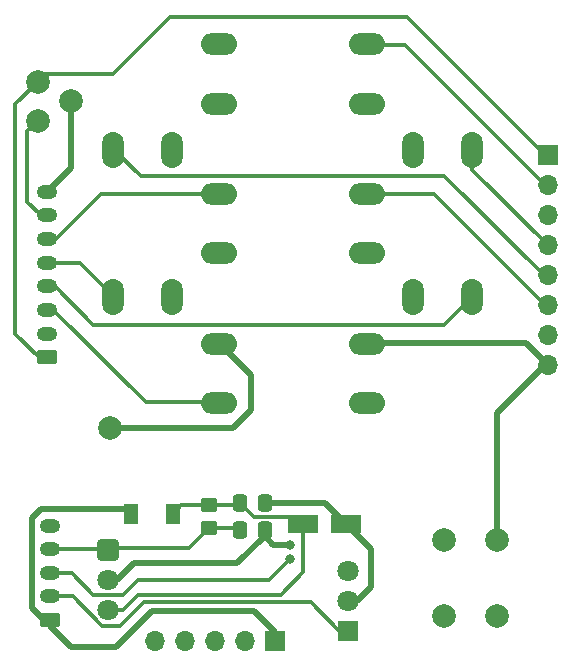
<source format=gbr>
%TF.GenerationSoftware,KiCad,Pcbnew,(6.0.10)*%
%TF.CreationDate,2023-01-20T02:58:03+09:00*%
%TF.ProjectId,monitor_control_board,6d6f6e69-746f-4725-9f63-6f6e74726f6c,rev?*%
%TF.SameCoordinates,PX7ab4258PY723a4bd*%
%TF.FileFunction,Copper,L1,Top*%
%TF.FilePolarity,Positive*%
%FSLAX46Y46*%
G04 Gerber Fmt 4.6, Leading zero omitted, Abs format (unit mm)*
G04 Created by KiCad (PCBNEW (6.0.10)) date 2023-01-20 02:58:03*
%MOMM*%
%LPD*%
G01*
G04 APERTURE LIST*
G04 Aperture macros list*
%AMRoundRect*
0 Rectangle with rounded corners*
0 $1 Rounding radius*
0 $2 $3 $4 $5 $6 $7 $8 $9 X,Y pos of 4 corners*
0 Add a 4 corners polygon primitive as box body*
4,1,4,$2,$3,$4,$5,$6,$7,$8,$9,$2,$3,0*
0 Add four circle primitives for the rounded corners*
1,1,$1+$1,$2,$3*
1,1,$1+$1,$4,$5*
1,1,$1+$1,$6,$7*
1,1,$1+$1,$8,$9*
0 Add four rect primitives between the rounded corners*
20,1,$1+$1,$2,$3,$4,$5,0*
20,1,$1+$1,$4,$5,$6,$7,0*
20,1,$1+$1,$6,$7,$8,$9,0*
20,1,$1+$1,$8,$9,$2,$3,0*%
G04 Aperture macros list end*
%TA.AperFunction,ComponentPad*%
%ADD10O,3.048000X1.850000*%
%TD*%
%TA.AperFunction,ComponentPad*%
%ADD11O,1.850000X3.048000*%
%TD*%
%TA.AperFunction,ComponentPad*%
%ADD12RoundRect,0.250200X-0.649800X0.649800X-0.649800X-0.649800X0.649800X-0.649800X0.649800X0.649800X0*%
%TD*%
%TA.AperFunction,ComponentPad*%
%ADD13C,1.800000*%
%TD*%
%TA.AperFunction,ComponentPad*%
%ADD14R,1.800000X1.800000*%
%TD*%
%TA.AperFunction,ComponentPad*%
%ADD15C,2.000000*%
%TD*%
%TA.AperFunction,SMDPad,CuDef*%
%ADD16RoundRect,0.250000X-1.050000X-0.550000X1.050000X-0.550000X1.050000X0.550000X-1.050000X0.550000X0*%
%TD*%
%TA.AperFunction,SMDPad,CuDef*%
%ADD17RoundRect,0.250000X0.450000X-0.350000X0.450000X0.350000X-0.450000X0.350000X-0.450000X-0.350000X0*%
%TD*%
%TA.AperFunction,SMDPad,CuDef*%
%ADD18RoundRect,0.250000X-0.337500X-0.475000X0.337500X-0.475000X0.337500X0.475000X-0.337500X0.475000X0*%
%TD*%
%TA.AperFunction,SMDPad,CuDef*%
%ADD19R,1.300000X1.700000*%
%TD*%
%TA.AperFunction,ComponentPad*%
%ADD20R,1.700000X1.700000*%
%TD*%
%TA.AperFunction,ComponentPad*%
%ADD21O,1.700000X1.700000*%
%TD*%
%TA.AperFunction,ComponentPad*%
%ADD22RoundRect,0.250000X0.625000X-0.350000X0.625000X0.350000X-0.625000X0.350000X-0.625000X-0.350000X0*%
%TD*%
%TA.AperFunction,ComponentPad*%
%ADD23O,1.750000X1.200000*%
%TD*%
%TA.AperFunction,ViaPad*%
%ADD24C,0.800000*%
%TD*%
%TA.AperFunction,Conductor*%
%ADD25C,0.300000*%
%TD*%
%TA.AperFunction,Conductor*%
%ADD26C,0.500000*%
%TD*%
G04 APERTURE END LIST*
D10*
%TO.P,SW2,1,1*%
%TO.N,/UP*%
X18761848Y52178445D03*
X31261848Y52178445D03*
%TO.P,SW2,2,2*%
%TO.N,GND*%
X18761848Y47178445D03*
X31261848Y47178445D03*
%TD*%
%TO.P,SW4,1,1*%
%TO.N,/DOWN*%
X31261848Y21808445D03*
X18761848Y21808445D03*
%TO.P,SW4,2,2*%
%TO.N,GND*%
X31261848Y26808445D03*
X18761848Y26808445D03*
%TD*%
D11*
%TO.P,SW5,1,1*%
%TO.N,/VOL_P*%
X40211848Y43268445D03*
X40211848Y30768445D03*
%TO.P,SW5,2,2*%
%TO.N,GND*%
X35211848Y43268445D03*
X35211848Y30768445D03*
%TD*%
%TO.P,SW1,1,1*%
%TO.N,/VOL_M*%
X9781848Y30768445D03*
X9781848Y43268445D03*
%TO.P,SW1,2,2*%
%TO.N,GND*%
X14781848Y30768445D03*
X14781848Y43268445D03*
%TD*%
D10*
%TO.P,SW3,2,2*%
%TO.N,GND*%
X31251848Y34518445D03*
X18751848Y34518445D03*
%TO.P,SW3,1,1*%
%TO.N,/MENU*%
X31251848Y39518445D03*
X18751848Y39518445D03*
%TD*%
D12*
%TO.P,U1,1,OUT*%
%TO.N,/IRIN*%
X9384848Y9413445D03*
D13*
%TO.P,U1,2,GND*%
%TO.N,GND*%
X9384848Y6873445D03*
%TO.P,U1,3,Vs*%
%TO.N,Net-(C1-Pad1)*%
X9384848Y4333445D03*
%TD*%
D14*
%TO.P,D2,1,A1*%
%TO.N,/LED_R*%
X29704848Y2555445D03*
D13*
%TO.P,D2,2,K*%
%TO.N,GND*%
X29704848Y5095445D03*
%TO.P,D2,3,A2*%
%TO.N,/LED_G*%
X29704848Y7635445D03*
%TD*%
D15*
%TO.P,SW6,1,1*%
%TO.N,/POWER*%
X37797848Y10262445D03*
X37797848Y3762445D03*
%TO.P,SW6,2,2*%
%TO.N,GND*%
X42297848Y3762445D03*
X42297848Y10262445D03*
%TD*%
%TO.P,TP1,1,1*%
%TO.N,/SOURCE*%
X3415848Y49037445D03*
%TD*%
%TO.P,TP3,1,1*%
%TO.N,/POWER*%
X3415848Y45735445D03*
%TD*%
%TO.P,TP2,1,1*%
%TO.N,GND*%
X6209848Y47386445D03*
%TD*%
D16*
%TO.P,E1,1*%
%TO.N,Net-(C1-Pad1)*%
X25872848Y11572445D03*
%TO.P,E1,2*%
%TO.N,GND*%
X29472848Y11572445D03*
%TD*%
D17*
%TO.P,R1,1*%
%TO.N,/IRIN*%
X17893848Y11207445D03*
%TO.P,R1,2*%
%TO.N,Net-(C1-Pad1)*%
X17893848Y13207445D03*
%TD*%
D18*
%TO.P,C1,1*%
%TO.N,Net-(C1-Pad1)*%
X20539348Y13350445D03*
%TO.P,C1,2*%
%TO.N,GND*%
X22614348Y13350445D03*
%TD*%
D15*
%TO.P,TP4,1,1*%
%TO.N,GND*%
X9511848Y19700445D03*
%TD*%
D18*
%TO.P,C2,1*%
%TO.N,/IRIN*%
X20539348Y11064445D03*
%TO.P,C2,2*%
%TO.N,GND*%
X22614348Y11064445D03*
%TD*%
D19*
%TO.P,D1,1,K*%
%TO.N,Net-(C1-Pad1)*%
X14817848Y12461445D03*
%TO.P,D1,2,A*%
%TO.N,+5V*%
X11317848Y12461445D03*
%TD*%
D20*
%TO.P,J5,1,Pin_1*%
%TO.N,+5V*%
X23481848Y1666445D03*
D21*
%TO.P,J5,2,Pin_2*%
%TO.N,/LED_R*%
X20941848Y1666445D03*
%TO.P,J5,3,Pin_3*%
%TO.N,/LED_G*%
X18401848Y1666445D03*
%TO.P,J5,4,Pin_4*%
%TO.N,/IRIN*%
X15861848Y1666445D03*
%TO.P,J5,5,Pin_5*%
%TO.N,GND*%
X13321848Y1666445D03*
%TD*%
D22*
%TO.P,J3,1,Pin_1*%
%TO.N,/SOURCE*%
X4177848Y25702445D03*
D23*
%TO.P,J3,2,Pin_2*%
%TO.N,/UP*%
X4177848Y27702445D03*
%TO.P,J3,3,Pin_3*%
%TO.N,/DOWN*%
X4177848Y29702445D03*
%TO.P,J3,4,Pin_4*%
%TO.N,/VOL_P*%
X4177848Y31702445D03*
%TO.P,J3,5,Pin_5*%
%TO.N,/VOL_M*%
X4177848Y33702445D03*
%TO.P,J3,6,Pin_6*%
%TO.N,/MENU*%
X4177848Y35702445D03*
%TO.P,J3,7,Pin_7*%
%TO.N,/POWER*%
X4177848Y37702445D03*
%TO.P,J3,8,Pin_8*%
%TO.N,GND*%
X4177848Y39702445D03*
%TD*%
D20*
%TO.P,J2,1,Pin_1*%
%TO.N,/SOURCE*%
X46595848Y42799445D03*
D21*
%TO.P,J2,2,Pin_2*%
%TO.N,/UP*%
X46595848Y40259445D03*
%TO.P,J2,3,Pin_3*%
%TO.N,/DOWN*%
X46595848Y37719445D03*
%TO.P,J2,4,Pin_4*%
%TO.N,/VOL_P*%
X46595848Y35179445D03*
%TO.P,J2,5,Pin_5*%
%TO.N,/VOL_M*%
X46595848Y32639445D03*
%TO.P,J2,6,Pin_6*%
%TO.N,/MENU*%
X46595848Y30099445D03*
%TO.P,J2,7,Pin_7*%
%TO.N,/POWER*%
X46595848Y27559445D03*
%TO.P,J2,8,Pin_8*%
%TO.N,GND*%
X46595848Y25019445D03*
%TD*%
D22*
%TO.P,J6,1,Pin_1*%
%TO.N,+5V*%
X4418048Y3444445D03*
D23*
%TO.P,J6,2,Pin_2*%
%TO.N,/LED_R*%
X4418048Y5444445D03*
%TO.P,J6,3,Pin_3*%
%TO.N,/LED_G*%
X4418048Y7444445D03*
%TO.P,J6,4,Pin_4*%
%TO.N,/IRIN*%
X4418048Y9444445D03*
%TO.P,J6,5,Pin_5*%
%TO.N,GND*%
X4418048Y11444445D03*
%TD*%
D24*
%TO.N,GND*%
X24751848Y9794445D03*
%TO.N,/LED_G*%
X24751848Y8651445D03*
%TD*%
D25*
%TO.N,/VOL_M*%
X9781848Y30878445D02*
X9781848Y30768445D01*
X6957848Y33702445D02*
X9781848Y30878445D01*
X4177848Y33702445D02*
X6957848Y33702445D01*
X46229848Y32639445D02*
X46595848Y32639445D01*
X37832848Y41036445D02*
X46229848Y32639445D01*
X9891848Y43268445D02*
X12123848Y41036445D01*
X9781848Y43268445D02*
X9891848Y43268445D01*
X12123848Y41036445D02*
X37832848Y41036445D01*
D26*
%TO.N,GND*%
X21449848Y24180445D02*
X18821848Y26808445D01*
X21449848Y21224445D02*
X21449848Y24180445D01*
X18821848Y26808445D02*
X18761848Y26808445D01*
X19925848Y19700445D02*
X21449848Y21224445D01*
X31325848Y26872445D02*
X31261848Y26808445D01*
X44742848Y26872445D02*
X31325848Y26872445D01*
X46595848Y25019445D02*
X44742848Y26872445D01*
X9511848Y19700445D02*
X19925848Y19700445D01*
D25*
%TO.N,/UP*%
X31287848Y52152445D02*
X31261848Y52178445D01*
X34463848Y52152445D02*
X31287848Y52152445D01*
X46341848Y40274445D02*
X34463848Y52152445D01*
%TO.N,/MENU*%
X18747048Y39523245D02*
X18751848Y39518445D01*
X8760648Y39523245D02*
X18747048Y39523245D01*
X4939848Y35702445D02*
X8760648Y39523245D01*
X4177848Y35702445D02*
X4939848Y35702445D01*
X31256648Y39523245D02*
X31251848Y39518445D01*
X36933048Y39523245D02*
X31256648Y39523245D01*
X46356848Y30099445D02*
X36933048Y39523245D01*
X46595848Y30099445D02*
X46356848Y30099445D01*
%TO.N,/VOL_P*%
X40133848Y30768445D02*
X40211848Y30768445D01*
X37828848Y28463445D02*
X40133848Y30768445D01*
X8114848Y28463445D02*
X37828848Y28463445D01*
X4875848Y31702445D02*
X8114848Y28463445D01*
X40211848Y41578445D02*
X40211848Y43268445D01*
X46595848Y35194445D02*
X40211848Y41578445D01*
X46595848Y35179445D02*
X46595848Y35194445D01*
X4177848Y31702445D02*
X4875848Y31702445D01*
%TO.N,/SOURCE*%
X46341848Y42814445D02*
X34657848Y54498445D01*
X1510848Y47132445D02*
X3415848Y49037445D01*
X4177848Y25702445D02*
X3509848Y25702445D01*
X34657848Y54498445D02*
X14591848Y54498445D01*
X3509848Y25702445D02*
X1510848Y27701445D01*
X4050848Y49672445D02*
X3415848Y49037445D01*
X14591848Y54498445D02*
X9765848Y49672445D01*
X9765848Y49672445D02*
X4050848Y49672445D01*
X1510848Y27701445D02*
X1510848Y47132445D01*
%TO.N,/DOWN*%
X4177848Y29702445D02*
X4716848Y29702445D01*
X12545248Y21874045D02*
X18796648Y21874045D01*
X4716848Y29702445D02*
X12545248Y21874045D01*
%TO.N,/POWER*%
X2526848Y44846445D02*
X3415848Y45735445D01*
X4177848Y37796445D02*
X3607848Y37796445D01*
X2526848Y38877445D02*
X2526848Y44846445D01*
X3607848Y37796445D02*
X2526848Y38877445D01*
D26*
%TO.N,GND*%
X4177848Y39702445D02*
X6209848Y41734445D01*
X30466848Y5095445D02*
X29704848Y5095445D01*
X24751848Y9794445D02*
X23354848Y9794445D01*
X10146848Y6873445D02*
X11543848Y8270445D01*
X23354848Y9794445D02*
X22614348Y10534945D01*
X42297848Y20990445D02*
X46326848Y25019445D01*
X20306848Y8270445D02*
X22614348Y10577945D01*
X42297848Y10262445D02*
X42297848Y20990445D01*
X29472848Y11572445D02*
X31609848Y9435445D01*
X31609848Y6238445D02*
X30466848Y5095445D01*
X22614348Y10534945D02*
X22614348Y11064445D01*
X31609848Y9435445D02*
X31609848Y6238445D01*
X11543848Y8270445D02*
X20306848Y8270445D01*
X27694848Y13350445D02*
X29472848Y11572445D01*
X9384848Y6873445D02*
X10146848Y6873445D01*
X22614348Y10577945D02*
X22614348Y11064445D01*
X22614348Y13350445D02*
X27694848Y13350445D01*
X46326848Y25019445D02*
X46595848Y25019445D01*
X6209848Y41734445D02*
X6209848Y47386445D01*
%TO.N,+5V*%
X4418048Y2950245D02*
X6209848Y1158445D01*
X10936848Y12842445D02*
X11317848Y12461445D01*
X4418048Y3444445D02*
X4418048Y2950245D01*
X13067848Y4206445D02*
X21703848Y4206445D01*
X6209848Y1158445D02*
X10019848Y1158445D01*
X21703848Y4206445D02*
X23481848Y2428445D01*
X2907848Y12080445D02*
X3669848Y12842445D01*
X3923848Y3444445D02*
X2907848Y4460445D01*
X3669848Y12842445D02*
X10936848Y12842445D01*
X10019848Y1158445D02*
X13067848Y4206445D01*
X4418048Y3444445D02*
X3923848Y3444445D01*
X23481848Y2428445D02*
X23481848Y1666445D01*
X2907848Y4460445D02*
X2907848Y12080445D01*
D25*
%TO.N,/LED_R*%
X10400848Y2936445D02*
X12432848Y4968445D01*
X4418048Y5444445D02*
X6368848Y5444445D01*
X28942848Y2555445D02*
X29704848Y2555445D01*
X6368848Y5444445D02*
X8876848Y2936445D01*
X26529848Y4968445D02*
X28942848Y2555445D01*
X8876848Y2936445D02*
X10400848Y2936445D01*
X12432848Y4968445D02*
X26529848Y4968445D01*
%TO.N,/LED_G*%
X6273848Y7444445D02*
X4418048Y7444445D01*
X8114848Y5603445D02*
X6273848Y7444445D01*
X11924848Y6873445D02*
X10654848Y5603445D01*
X24751848Y8651445D02*
X22973848Y6873445D01*
X22973848Y6873445D02*
X11924848Y6873445D01*
X10654848Y5603445D02*
X8114848Y5603445D01*
%TO.N,/IRIN*%
X17893848Y11207445D02*
X20396348Y11207445D01*
X4418048Y9444445D02*
X9353848Y9444445D01*
X9353848Y9444445D02*
X9384848Y9413445D01*
X9384848Y9413445D02*
X9537248Y9565845D01*
X20396348Y11207445D02*
X20539348Y11064445D01*
X9537248Y9565845D02*
X16252248Y9565845D01*
X16252248Y9565845D02*
X17893848Y11207445D01*
%TO.N,Net-(C1-Pad1)*%
X25237848Y12207445D02*
X25872848Y11572445D01*
X20539348Y13350445D02*
X21682348Y12207445D01*
X11924848Y5603445D02*
X23989848Y5603445D01*
X9384848Y4333445D02*
X10654848Y4333445D01*
X15563848Y13207445D02*
X17893848Y13207445D01*
X23989848Y5603445D02*
X25894848Y7508445D01*
X14817848Y12461445D02*
X15563848Y13207445D01*
X20396348Y13207445D02*
X20539348Y13350445D01*
X21682348Y12207445D02*
X25237848Y12207445D01*
X25894848Y7508445D02*
X25894848Y11550445D01*
X10654848Y4333445D02*
X11924848Y5603445D01*
X17893848Y13207445D02*
X20396348Y13207445D01*
%TD*%
M02*

</source>
